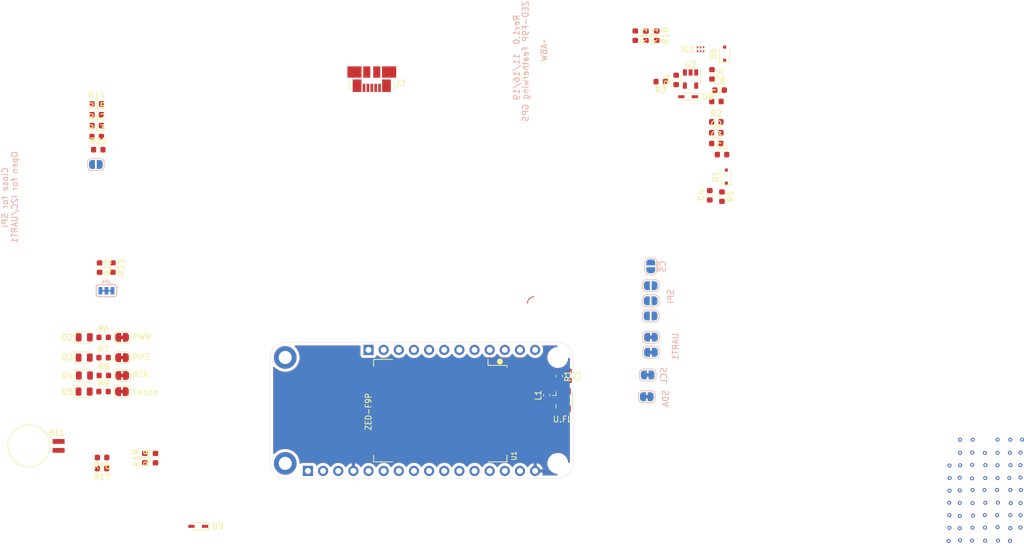
<source format=kicad_pcb>
(kicad_pcb (version 20171130) (host pcbnew "(5.1.4)-1")
  (layers (0 F.Cu signal) (31 B.Cu signal) (34 B.Paste user) (35 F.Paste user) (36 B.SilkS user) (37 F.SilkS user) (38 B.Mask user) (39 F.Mask user) (44 Edge.Cuts user))
  (net 0 "")
  (net 1 "Net-(U1-Pad10)")
  (net 2 "Net-(U1-Pad6)")
  (net 3 "Net-(U1-Pad5)")
  (net 4 "Net-(U1-Pad4)")
  (net 5 GND)
  (net 6 "Net-(U1-Pad46)")
  (net 7 "Net-(AE1-Pad1)")
  (net 8 "Net-(C1-Pad2)")
  (net 9 "Net-(R1-Pad1)")
  (net 10 +3V3)
  (net 11 /D+)
  (net 12 "Net-(R3-Pad1)")
  (net 13 /D-)
  (net 14 "Net-(R4-Pad1)")
  (net 15 "Net-(D1-Pad1)")
  (net 16 /BACKUP)
  (net 17 "Net-(D2-Pad2)")
  (net 18 "Net-(D3-Pad2)")
  (net 19 "Net-(D4-Pad2)")
  (net 20 /RTK_STAT)
  (net 21 "Net-(D5-Pad2)")
  (net 22 /PPS)
  (net 23 "Net-(JP1-Pad2)")
  (net 24 "Net-(JP2-Pad2)")
  (net 25 /FENCE_STAT)
  (net 26 "Net-(JP3-Pad2)")
  (net 27 "Net-(JP5-Pad1)")
  (net 28 "Net-(R10-Pad2)")
  (net 29 /~RESET)
  (net 30 "Net-(R11-Pad2)")
  (net 31 /INT)
  (net 32 "Net-(R12-Pad2)")
  (net 33 /SDA-~CS)
  (net 34 "Net-(R13-Pad2)")
  (net 35 /SCL-SCK)
  (net 36 "Net-(R14-Pad2)")
  (net 37 /TX0-MISO)
  (net 38 "Net-(R15-Pad2)")
  (net 39 /RXI-MOSI)
  (net 40 "Net-(R16-Pad2)")
  (net 41 /TX2)
  (net 42 "Net-(R17-Pad2)")
  (net 43 /RX2)
  (net 44 "Net-(R18-Pad2)")
  (net 45 "Net-(R19-Pad2)")
  (net 46 "Net-(R20-Pad2)")
  (net 47 "Net-(R21-Pad2)")
  (net 48 /~SAFE)
  (net 49 /SDA)
  (net 50 /SCL)
  (net 51 /5`)
  (net 52 /6)
  (net 53 /9`)
  (net 54 /10`)
  (net 55 /11`)
  (net 56 /12)
  (net 57 /13)
  (net 58 /USB)
  (net 59 /En)
  (net 60 /BAT)
  (net 61 /RXI)
  (net 62 /MISO)
  (net 63 /MOSI)
  (net 64 /SCK)
  (net 65 /A5)
  (net 66 /A4)
  (net 67 /A3)
  (net 68 /A2)
  (net 69 /A1)
  (net 70 /A0)
  (net 71 /ARf)
  (net 72 /RST)
  (net 73 /Shield)
  (net 74 "Net-(J3-Pad4)")
  (net 75 "Net-(C6-Pad1)")
  (net 76 +5V)
  (net 77 "Net-(IC1-Pad3)")
  (net 78 "Net-(IC1-Pad1)")
  (net 79 /RX)
  (net 80 "Net-(U2-Pad4)")
  (net 81 "Net-(JP15-Pad2)")
  (net 82 /~CS)
  (net 83 "Net-(C7-Pad1)")
  (net 84 "Net-(D9-Pad2)")
  (net 85 "Net-(JP4-Pad3)")
  (net 86 "Net-(JP4-Pad1)")
  (module Resistor_SMD:R_0603_1608Metric (layer F.Cu) (at 28.7909 61.7474 270)
    (fp_text reference R23 (at 0 -1.43 90) (layer F.SilkS))
    (fp_text value 2.2kΩ)
    (pad 2 smd roundrect (at 0.7875 0 270) (size 0.875 0.95) (layers F.Cu F.Paste F.Mask) (net 86 "Net-(JP4-Pad1)"))
    (pad 1 smd roundrect (at -0.7875 0 270) (size 0.875 0.95) (layers F.Cu F.Paste F.Mask) (net 33 /SDA-~CS))
  )
  (module Resistor_SMD:R_0603_1608Metric (layer F.Cu) (at 26.5557 61.7601 270)
    (fp_text reference R22 (at 0 -1.43 90) (layer F.SilkS))
    (fp_text value 2.2kΩ)
    (pad 2 smd roundrect (at 0.7875 0 270) (size 0.875 0.95) (layers F.Cu F.Paste F.Mask) (net 85 "Net-(JP4-Pad3)"))
    (pad 1 smd roundrect (at -0.7875 0 270) (size 0.875 0.95) (layers F.Cu F.Paste F.Mask) (net 35 /SCL-SCK))
  )
  (module Resistor_SMD:R_0603_1608Metric (layer F.Cu) (at 118.1989 22.86 270)
    (fp_text reference R21 (at 0 -1.43 90) (layer F.SilkS))
    (fp_text value 33Ω)
    (pad 2 smd roundrect (at 0.7875 0 270) (size 0.875 0.95) (layers F.Cu F.Paste F.Mask) (net 47 "Net-(R21-Pad2)"))
    (pad 1 smd roundrect (at -0.7875 0 270) (size 0.875 0.95) (layers F.Cu F.Paste F.Mask) (net 48 /~SAFE))
  )
  (module Resistor_SMD:R_0603_1608Metric (layer F.Cu) (at 26.3398 41.9608)
    (fp_text reference R20 (at 0 -1.43) (layer F.SilkS))
    (fp_text value 33Ω)
    (pad 2 smd roundrect (at 0.7875 0) (size 0.875 0.95) (layers F.Cu F.Paste F.Mask) (net 46 "Net-(R20-Pad2)"))
    (pad 1 smd roundrect (at -0.7875 0) (size 0.875 0.95) (layers F.Cu F.Paste F.Mask) (net 22 /PPS))
  )
  (module Resistor_SMD:R_0603_1608Metric (layer F.Cu) (at 34.1376 93.7387 90)
    (fp_text reference R19 (at 0 -1.43 90) (layer F.SilkS))
    (fp_text value 33Ω)
    (pad 2 smd roundrect (at 0.7875 0 90) (size 0.875 0.95) (layers F.Cu F.Paste F.Mask) (net 45 "Net-(R19-Pad2)"))
    (pad 1 smd roundrect (at -0.7875 0 90) (size 0.875 0.95) (layers F.Cu F.Paste F.Mask) (net 25 /FENCE_STAT))
  )
  (module Resistor_SMD:R_0603_1608Metric (layer F.Cu) (at 35.941 93.7387 90)
    (fp_text reference R18 (at 0 -1.43 90) (layer F.SilkS))
    (fp_text value 33Ω)
    (pad 2 smd roundrect (at 0.7875 0 90) (size 0.875 0.95) (layers F.Cu F.Paste F.Mask) (net 44 "Net-(R18-Pad2)"))
    (pad 1 smd roundrect (at -0.7875 0 90) (size 0.875 0.95) (layers F.Cu F.Paste F.Mask) (net 20 /RTK_STAT))
  )
  (module Resistor_SMD:R_0603_1608Metric (layer F.Cu) (at 26.9621 95.4913 180)
    (fp_text reference R17 (at 0 -1.43) (layer F.SilkS))
    (fp_text value 33Ω)
    (pad 2 smd roundrect (at 0.7875 0 180) (size 0.875 0.95) (layers F.Cu F.Paste F.Mask) (net 42 "Net-(R17-Pad2)"))
    (pad 1 smd roundrect (at -0.7875 0 180) (size 0.875 0.95) (layers F.Cu F.Paste F.Mask) (net 43 /RX2))
  )
  (module Resistor_SMD:R_0603_1608Metric (layer F.Cu) (at 26.9748 93.6498 180)
    (fp_text reference R16 (at 0 -1.43) (layer F.SilkS))
    (fp_text value 33Ω)
    (pad 2 smd roundrect (at 0.7875 0 180) (size 0.875 0.95) (layers F.Cu F.Paste F.Mask) (net 40 "Net-(R16-Pad2)"))
    (pad 1 smd roundrect (at -0.7875 0 180) (size 0.875 0.95) (layers F.Cu F.Paste F.Mask) (net 41 /TX2))
  )
  (module Resistor_SMD:R_0603_1608Metric (layer F.Cu) (at 26.0731 36.0934)
    (fp_text reference R15 (at 0 -1.43) (layer F.SilkS))
    (fp_text value 33Ω)
    (pad 2 smd roundrect (at 0.7875 0) (size 0.875 0.95) (layers F.Cu F.Paste F.Mask) (net 38 "Net-(R15-Pad2)"))
    (pad 1 smd roundrect (at -0.7875 0) (size 0.875 0.95) (layers F.Cu F.Paste F.Mask) (net 39 /RXI-MOSI))
  )
  (module Resistor_SMD:R_0603_1608Metric (layer F.Cu) (at 26.0731 34.29)
    (fp_text reference R14 (at 0 -1.43) (layer F.SilkS))
    (fp_text value 33Ω)
    (pad 2 smd roundrect (at 0.7875 0) (size 0.875 0.95) (layers F.Cu F.Paste F.Mask) (net 36 "Net-(R14-Pad2)"))
    (pad 1 smd roundrect (at -0.7875 0) (size 0.875 0.95) (layers F.Cu F.Paste F.Mask) (net 37 /TX0-MISO))
  )
  (module Resistor_SMD:R_0603_1608Metric (layer F.Cu) (at 26.0731 39.7637)
    (fp_text reference R13 (at 0 -1.43) (layer F.SilkS))
    (fp_text value 33Ω)
    (pad 2 smd roundrect (at 0.7875 0) (size 0.875 0.95) (layers F.Cu F.Paste F.Mask) (net 34 "Net-(R13-Pad2)"))
    (pad 1 smd roundrect (at -0.7875 0) (size 0.875 0.95) (layers F.Cu F.Paste F.Mask) (net 35 /SCL-SCK))
  )
  (module Resistor_SMD:R_0603_1608Metric (layer F.Cu) (at 26.0731 37.9222)
    (fp_text reference R12 (at 0 -1.43) (layer F.SilkS))
    (fp_text value 33Ω)
    (pad 2 smd roundrect (at 0.7875 0) (size 0.875 0.95) (layers F.Cu F.Paste F.Mask) (net 32 "Net-(R12-Pad2)"))
    (pad 1 smd roundrect (at -0.7875 0) (size 0.875 0.95) (layers F.Cu F.Paste F.Mask) (net 33 /SDA-~CS))
  )
  (module Resistor_SMD:R_0603_1608Metric (layer F.Cu) (at 116.4082 22.8219 270)
    (fp_text reference R11 (at 0 -1.43 90) (layer F.SilkS))
    (fp_text value 33Ω)
    (pad 2 smd roundrect (at 0.7875 0 270) (size 0.875 0.95) (layers F.Cu F.Paste F.Mask) (net 30 "Net-(R11-Pad2)"))
    (pad 1 smd roundrect (at -0.7875 0 270) (size 0.875 0.95) (layers F.Cu F.Paste F.Mask) (net 31 /INT))
  )
  (module Resistor_SMD:R_0603_1608Metric (layer F.Cu) (at 120.0023 22.8346 270)
    (fp_text reference R10 (at 0 -1.43 90) (layer F.SilkS))
    (fp_text value 33Ω)
    (pad 2 smd roundrect (at 0.7875 0 270) (size 0.875 0.95) (layers F.Cu F.Paste F.Mask) (net 28 "Net-(R10-Pad2)"))
    (pad 1 smd roundrect (at -0.7875 0 270) (size 0.875 0.95) (layers F.Cu F.Paste F.Mask) (net 29 /~RESET))
  )
  (module Resistor_SMD:R_0603_1608Metric (layer F.Cu) (at 27.2161 82.5754)
    (fp_text reference R9 (at 0 -1.43) (layer F.SilkS))
    (fp_text value 1kΩ)
    (pad 2 smd roundrect (at 0.7875 0) (size 0.875 0.95) (layers F.Cu F.Paste F.Mask) (net 26 "Net-(JP3-Pad2)"))
    (pad 1 smd roundrect (at -0.7875 0) (size 0.875 0.95) (layers F.Cu F.Paste F.Mask) (net 21 "Net-(D5-Pad2)"))
  )
  (module Resistor_SMD:R_0603_1608Metric (layer F.Cu) (at 27.2669 79.8703)
    (fp_text reference R8 (at 0 -1.43) (layer F.SilkS))
    (fp_text value 1kΩ)
    (pad 2 smd roundrect (at 0.7875 0) (size 0.875 0.95) (layers F.Cu F.Paste F.Mask) (net 24 "Net-(JP2-Pad2)"))
    (pad 1 smd roundrect (at -0.7875 0) (size 0.875 0.95) (layers F.Cu F.Paste F.Mask) (net 19 "Net-(D4-Pad2)"))
  )
  (module Resistor_SMD:R_0603_1608Metric (layer F.Cu) (at 27.2288 76.8731)
    (fp_text reference R7 (at 0 -1.43) (layer F.SilkS))
    (fp_text value 1kΩ)
    (pad 2 smd roundrect (at 0.7875 0) (size 0.875 0.95) (layers F.Cu F.Paste F.Mask) (net 23 "Net-(JP1-Pad2)"))
    (pad 1 smd roundrect (at -0.7875 0) (size 0.875 0.95) (layers F.Cu F.Paste F.Mask) (net 18 "Net-(D3-Pad2)"))
  )
  (module Resistor_SMD:R_0603_1608Metric (layer F.Cu) (at 27.2415 73.4695)
    (fp_text reference R6 (at 0 -1.43) (layer F.SilkS))
    (fp_text value 1kΩ)
    (pad 2 smd roundrect (at 0.7875 0) (size 0.875 0.95) (layers F.Cu F.Paste F.Mask) (net 81 "Net-(JP15-Pad2)"))
    (pad 1 smd roundrect (at -0.7875 0) (size 0.875 0.95) (layers F.Cu F.Paste F.Mask) (net 17 "Net-(D2-Pad2)"))
  )
  (module Resistor_SMD:R_0603_1608Metric (layer F.Cu) (at 130.9497 49.8475 270)
    (fp_text reference R5 (at 0 -1.43 90) (layer F.SilkS))
    (fp_text value 1kΩ)
    (pad 2 smd roundrect (at 0.7875 0 270) (size 0.875 0.95) (layers F.Cu F.Paste F.Mask) (net 16 /BACKUP))
    (pad 1 smd roundrect (at -0.7875 0 270) (size 0.875 0.95) (layers F.Cu F.Paste F.Mask) (net 15 "Net-(D1-Pad1)"))
  )
  (module Resistor_SMD:R_0603_1608Metric (layer F.Cu) (at 123.2662 30.2514 90)
    (fp_text reference R4 (at 0 -1.43 90) (layer F.SilkS))
    (fp_text value 27Ω)
    (pad 2 smd roundrect (at 0.7875 0 90) (size 0.875 0.95) (layers F.Cu F.Paste F.Mask) (net 13 /D-))
    (pad 1 smd roundrect (at -0.7875 0 90) (size 0.875 0.95) (layers F.Cu F.Paste F.Mask) (net 14 "Net-(R4-Pad1)"))
  )
  (module Resistor_SMD:R_0603_1608Metric (layer F.Cu) (at 120.6754 30.5435 180)
    (fp_text reference R3 (at 0 -1.43) (layer F.SilkS))
    (fp_text value 27Ω)
    (pad 2 smd roundrect (at 0.7875 0 180) (size 0.875 0.95) (layers F.Cu F.Paste F.Mask) (net 11 /D+))
    (pad 1 smd roundrect (at -0.7875 0 180) (size 0.875 0.95) (layers F.Cu F.Paste F.Mask) (net 12 "Net-(R3-Pad1)"))
  )
  (module Resistor_SMD:R_0603_1608Metric (layer F.Cu) (at 129.9972 37.2872)
    (fp_text reference R2 (at 0 -1.43) (layer F.SilkS))
    (fp_text value 100kΩ)
    (pad 2 smd roundrect (at 0.7875 0) (size 0.875 0.95) (layers F.Cu F.Paste F.Mask) (net 5 GND))
    (pad 1 smd roundrect (at -0.7875 0) (size 0.875 0.95) (layers F.Cu F.Paste F.Mask) (net 10 +3V3))
  )
  (module Resistor_SMD:R_0603_1608Metric (layer F.Cu) (at 103.6701 79.9719 270)
    (fp_text reference R1 (at 0 -1.43 90) (layer F.SilkS))
    (fp_text value 10Ω)
    (pad 2 smd roundrect (at 0.7875 0 270) (size 0.875 0.95) (layers F.Cu F.Paste F.Mask) (net 8 "Net-(C1-Pad2)"))
    (pad 1 smd roundrect (at -0.7875 0 270) (size 0.875 0.95) (layers F.Cu F.Paste F.Mask) (net 9 "Net-(R1-Pad1)"))
  )
  (module SamacSys_Parts:SOD2513X110N (layer F.Cu) (at 43.1038 105.1941)
    (fp_text reference D9 (at 3.302 0) (layer F.SilkS))
    (fp_text value BAT60AE6327HTSA1)
    (pad 2 smd rect (at 1.138 0 90) (size 0.5 1.05) (layers F.Cu F.Paste F.Mask) (net 84 "Net-(D9-Pad2)"))
    (pad 1 smd rect (at -1.138 0 90) (size 0.5 1.05) (layers F.Cu F.Paste F.Mask) (net 10 +3V3))
  )
  (module SamacSys_Parts:SOD2513X110N (layer F.Cu) (at 125.2601 33.0708)
    (fp_text reference D8 (at 3.302 0) (layer F.SilkS))
    (fp_text value BAT60AE6327HTSA1)
    (pad 2 smd rect (at 1.138 0 90) (size 0.5 1.05) (layers F.Cu F.Paste F.Mask) (net 83 "Net-(C7-Pad1)"))
    (pad 1 smd rect (at -1.138 0 90) (size 0.5 1.05) (layers F.Cu F.Paste F.Mask) (net 10 +3V3))
  )
  (module Capacitor_SMD:C_0603_1608Metric (layer F.Cu) (at 130.556 31.9659)
    (fp_text reference C8 (at 0 -1.43) (layer F.SilkS))
    (fp_text value 0.1uF)
    (pad 2 smd roundrect (at 0.7875 0) (size 0.875 0.95) (layers F.Cu F.Paste F.Mask) (net 5 GND))
    (pad 1 smd roundrect (at -0.7875 0) (size 0.875 0.95) (layers F.Cu F.Paste F.Mask) (net 83 "Net-(C7-Pad1)"))
  )
  (module Capacitor_SMD:C_0603_1608Metric (layer F.Cu) (at 130.0226 33.8709)
    (fp_text reference C7 (at 0 -1.43) (layer F.SilkS))
    (fp_text value 1uF)
    (pad 2 smd roundrect (at 0.7875 0) (size 0.875 0.95) (layers F.Cu F.Paste F.Mask) (net 5 GND))
    (pad 1 smd roundrect (at -0.7875 0) (size 0.875 0.95) (layers F.Cu F.Paste F.Mask) (net 83 "Net-(C7-Pad1)"))
  )
  (module Capacitor_SMD:C_0603_1608Metric (layer F.Cu) (at 129.2733 29.3116 270)
    (fp_text reference C6 (at 0 -1.43 90) (layer F.SilkS))
    (fp_text value 1uF)
    (pad 2 smd roundrect (at 0.7875 0 270) (size 0.875 0.95) (layers F.Cu F.Paste F.Mask) (net 5 GND))
    (pad 1 smd roundrect (at -0.7875 0 270) (size 0.875 0.95) (layers F.Cu F.Paste F.Mask) (net 75 "Net-(C6-Pad1)"))
  )
  (module Capacitor_SMD:C_0603_1608Metric (layer F.Cu) (at 130.9624 42.7863)
    (fp_text reference C5 (at 0 -1.43) (layer F.SilkS))
    (fp_text value 1uF)
    (pad 2 smd roundrect (at 0.7875 0) (size 0.875 0.95) (layers F.Cu F.Paste F.Mask) (net 5 GND))
    (pad 1 smd roundrect (at -0.7875 0) (size 0.875 0.95) (layers F.Cu F.Paste F.Mask) (net 10 +3V3))
  )
  (module Capacitor_SMD:C_0603_1608Metric (layer F.Cu) (at 128.905 49.6189 90)
    (fp_text reference C4 (at 0 -1.43 90) (layer F.SilkS))
    (fp_text value 1uF)
    (pad 2 smd roundrect (at 0.7875 0 90) (size 0.875 0.95) (layers F.Cu F.Paste F.Mask) (net 5 GND))
    (pad 1 smd roundrect (at -0.7875 0 90) (size 0.875 0.95) (layers F.Cu F.Paste F.Mask) (net 16 /BACKUP))
  )
  (module Capacitor_SMD:C_0603_1608Metric (layer F.Cu) (at 130.0099 40.9321)
    (fp_text reference C3 (at 0 -1.43) (layer F.SilkS))
    (fp_text value 0.1uF)
    (pad 2 smd roundrect (at 0.7875 0) (size 0.875 0.95) (layers F.Cu F.Paste F.Mask) (net 5 GND))
    (pad 1 smd roundrect (at -0.7875 0) (size 0.875 0.95) (layers F.Cu F.Paste F.Mask) (net 10 +3V3))
  )
  (module Capacitor_SMD:C_0603_1608Metric (layer F.Cu) (at 129.9972 39.116)
    (fp_text reference C2 (at 0 -1.43) (layer F.SilkS))
    (fp_text value 1uF)
    (pad 2 smd roundrect (at 0.7875 0) (size 0.875 0.95) (layers F.Cu F.Paste F.Mask) (net 5 GND))
    (pad 1 smd roundrect (at -0.7875 0) (size 0.875 0.95) (layers F.Cu F.Paste F.Mask) (net 10 +3V3))
  )
  (module Capacitor_SMD:C_0603_1608Metric (layer F.Cu) (at 105.283 79.9211 270)
    (fp_text reference C1 (at 0 -1.43 90) (layer F.SilkS))
    (fp_text value 47pF)
    (pad 2 smd roundrect (at 0.7875 0 270) (size 0.875 0.95) (layers F.Cu F.Paste F.Mask) (net 8 "Net-(C1-Pad2)"))
    (pad 1 smd roundrect (at -0.7875 0 270) (size 0.875 0.95) (layers F.Cu F.Paste F.Mask) (net 5 GND))
  )
  (module Inductor_SMD:L_0603_1608Metric (layer F.Cu) (at 101.5492 83.1977 90)
    (fp_text reference L1 (at 0 -1.43 90) (layer F.SilkS))
    (fp_text value 27nH)
    (pad 2 smd roundrect (at 0.7875 0 90) (size 0.875 0.95) (layers F.Cu F.Paste F.Mask) (net 8 "Net-(C1-Pad2)"))
    (pad 1 smd roundrect (at -0.7875 0 90) (size 0.875 0.95) (layers F.Cu F.Paste F.Mask) (net 7 "Net-(AE1-Pad1)"))
  )
  (module SamacSys_Parts:SMT-JUMPER_3_2-NC_TRACE_SILK (layer B.Cu) (at 27.7114 65.6463 180)
    (fp_text reference JP4 (at 0 1.143) (layer B.SilkS) (effects (font (size 0.57912 0.57912) (thickness 0.115824)) (justify bottom mirror)))
    (fp_text value SolderJumper_3_Bridged123)
    (fp_poly (pts (xy -0.7112 -0.127) (xy -0.3048 -0.127) (xy -0.3048 0.127) (xy -0.7112 0.127)) (layer B.Cu) (width 0))
    (fp_poly (pts (xy 0.3048 -0.127) (xy 0.7112 -0.127) (xy 0.7112 0.127) (xy 0.3048 0.127)) (layer B.Cu) (width 0))
    (pad 3 smd rect (at 1.016 0 180) (size 0.635 1.27) (layers B.Cu B.Mask) (net 85 "Net-(JP4-Pad3)"))
    (pad 2 smd rect (at 0 0 180) (size 0.635 1.27) (layers B.Cu B.Mask) (net 10 +3V3))
    (pad 1 smd rect (at -1.016 0 180) (size 0.635 1.27) (layers B.Cu B.Mask) (net 86 "Net-(JP4-Pad1)"))
  )
  (module Connector_PinHeader_2.54mm:PinHeader_1x12_P2.54mm_Vertical (layer F.Cu) (at 71.6661 75.5777 90)
    (fp_text reference J1)
    (fp_text value Conn_01x12)
    (pad 12 thru_hole oval (at 0 27.94 90) (size 1.7 1.7) (drill 1) (layers *.Cu *.Mask) (net 49 /SDA))
    (pad 11 thru_hole oval (at 0 25.4 90) (size 1.7 1.7) (drill 1) (layers *.Cu *.Mask) (net 50 /SCL))
    (pad 10 thru_hole oval (at 0 22.86 90) (size 1.7 1.7) (drill 1) (layers *.Cu *.Mask) (net 51 /5`))
    (pad 9 thru_hole oval (at 0 20.32 90) (size 1.7 1.7) (drill 1) (layers *.Cu *.Mask) (net 52 /6))
    (pad 8 thru_hole oval (at 0 17.78 90) (size 1.7 1.7) (drill 1) (layers *.Cu *.Mask) (net 53 /9`))
    (pad 7 thru_hole oval (at 0 15.24 90) (size 1.7 1.7) (drill 1) (layers *.Cu *.Mask) (net 54 /10`))
    (pad 6 thru_hole oval (at 0 12.7 90) (size 1.7 1.7) (drill 1) (layers *.Cu *.Mask) (net 55 /11`))
    (pad 5 thru_hole oval (at 0 10.16 90) (size 1.7 1.7) (drill 1) (layers *.Cu *.Mask) (net 56 /12))
    (pad 4 thru_hole oval (at 0 7.62 90) (size 1.7 1.7) (drill 1) (layers *.Cu *.Mask) (net 57 /13))
    (pad 3 thru_hole oval (at 0 5.08 90) (size 1.7 1.7) (drill 1) (layers *.Cu *.Mask) (net 58 /USB))
    (pad 2 thru_hole oval (at 0 2.54 90) (size 1.7 1.7) (drill 1) (layers *.Cu *.Mask) (net 59 /En))
    (pad 1 thru_hole rect (at 0 0 90) (size 1.7 1.7) (drill 1) (layers *.Cu *.Mask) (net 60 /BAT))
  )
  (module Connector_PinHeader_2.54mm:PinHeader_1x16_P2.54mm_Vertical (layer F.Cu) (at 61.5061 95.8977 90)
    (fp_text reference J2)
    (fp_text value Conn_01x16)
    (pad 16 thru_hole oval (at 0 38.1 90) (size 1.7 1.7) (drill 1) (layers *.Cu *.Mask) (net 5 GND))
    (pad 15 thru_hole oval (at 0 35.56 90) (size 1.7 1.7) (drill 1) (layers *.Cu *.Mask) (net 61 /RXI))
    (pad 14 thru_hole oval (at 0 33.02 90) (size 1.7 1.7) (drill 1) (layers *.Cu *.Mask) (net 79 /RX))
    (pad 13 thru_hole oval (at 0 30.48 90) (size 1.7 1.7) (drill 1) (layers *.Cu *.Mask) (net 62 /MISO))
    (pad 12 thru_hole oval (at 0 27.94 90) (size 1.7 1.7) (drill 1) (layers *.Cu *.Mask) (net 63 /MOSI))
    (pad 11 thru_hole oval (at 0 25.4 90) (size 1.7 1.7) (drill 1) (layers *.Cu *.Mask) (net 64 /SCK))
    (pad 10 thru_hole oval (at 0 22.86 90) (size 1.7 1.7) (drill 1) (layers *.Cu *.Mask) (net 65 /A5))
    (pad 9 thru_hole oval (at 0 20.32 90) (size 1.7 1.7) (drill 1) (layers *.Cu *.Mask) (net 66 /A4))
    (pad 8 thru_hole oval (at 0 17.78 90) (size 1.7 1.7) (drill 1) (layers *.Cu *.Mask) (net 67 /A3))
    (pad 7 thru_hole oval (at 0 15.24 90) (size 1.7 1.7) (drill 1) (layers *.Cu *.Mask) (net 68 /A2))
    (pad 6 thru_hole oval (at 0 12.7 90) (size 1.7 1.7) (drill 1) (layers *.Cu *.Mask) (net 69 /A1))
    (pad 5 thru_hole oval (at 0 10.16 90) (size 1.7 1.7) (drill 1) (layers *.Cu *.Mask) (net 70 /A0))
    (pad 4 thru_hole oval (at 0 7.62 90) (size 1.7 1.7) (drill 1) (layers *.Cu *.Mask) (net 5 GND))
    (pad 3 thru_hole oval (at 0 5.08 90) (size 1.7 1.7) (drill 1) (layers *.Cu *.Mask) (net 71 /ARf))
    (pad 2 thru_hole oval (at 0 2.54 90) (size 1.7 1.7) (drill 1) (layers *.Cu *.Mask) (net 84 "Net-(D9-Pad2)"))
    (pad 1 thru_hole rect (at 0 0 90) (size 1.7 1.7) (drill 1) (layers *.Cu *.Mask) (net 72 /RST))
  )
  (module Diode_SMD:D_SOD-323F (layer F.Cu) (at 131.6863 46.482 90)
    (fp_text reference D1 (at 0 -1.85 90) (layer F.SilkS))
    (fp_text value D_Schottky)
    (pad 2 smd rect (at 1.1 0 90) (size 0.5 0.5) (layers F.Cu F.Paste F.Mask) (net 10 +3V3))
    (pad 1 smd rect (at -1.1 0 90) (size 0.5 0.5) (layers F.Cu F.Paste F.Mask) (net 15 "Net-(D1-Pad1)"))
  )
  (module Diode_SMD:D_SOD-323F (layer F.Cu) (at 131.3942 25.8445 90)
    (fp_text reference D6 (at 0 -1.85 90) (layer F.SilkS))
    (fp_text value D_Schottky)
    (pad 2 smd rect (at 1.1 0 90) (size 0.5 0.5) (layers F.Cu F.Paste F.Mask) (net 76 +5V))
    (pad 1 smd rect (at -1.1 0 90) (size 0.5 0.5) (layers F.Cu F.Paste F.Mask) (net 75 "Net-(C6-Pad1)"))
  )
  (module Jumper:SolderJumper-2_P1.3mm_Bridged_RoundedPad1.0x1.5mm (layer F.Cu) (at 30.3276 73.4695 180)
    (fp_text reference JP15)
    (fp_text value ~)
    (fp_poly (pts (xy 0.25 -0.3) (xy -0.25 -0.3) (xy -0.25 0.3) (xy 0.25 0.3)) (layer F.Cu) (width 0))
    (pad 1 smd custom (at -0.65 0 180) (size 1 0.5) (layers F.Cu F.Mask) (net 10 +3V3) (options (clearance outline) (anchor rect)) (primitives (gr_circle (center 0 0.25) (end 0.5 0.25) (width 0)) (gr_circle (center 0 -0.25) (end 0.5 -0.25) (width 0)) (gr_poly (pts (xy 0 -0.75) (xy 0.5 -0.75) (xy 0.5 0.75) (xy 0 0.75)) (width 0))))
    (pad 2 smd custom (at 0.65 0 180) (size 1 0.5) (layers F.Cu F.Mask) (net 81 "Net-(JP15-Pad2)") (options (clearance outline) (anchor rect)) (primitives (gr_circle (center 0 0.25) (end 0.5 0.25) (width 0)) (gr_circle (center 0 -0.25) (end 0.5 -0.25) (width 0)) (gr_poly (pts (xy 0 -0.75) (xy -0.5 -0.75) (xy -0.5 0.75) (xy 0 0.75)) (width 0))))
  )
  (module Jumper:SolderJumper-2_P1.3mm_Open_RoundedPad1.0x1.5mm (layer B.Cu) (at 118.999 64.7954 180)
    (fp_text reference JP14)
    (fp_text value ~)
    (pad 2 smd custom (at 0.65 0 180) (size 1 0.5) (layers B.Cu B.Mask) (net 64 /SCK) (options (clearance outline) (anchor rect)) (primitives (gr_circle (center 0 -0.25) (end 0.5 -0.25) (width 0)) (gr_circle (center 0 0.25) (end 0.5 0.25) (width 0)) (gr_poly (pts (xy 0 0.75) (xy -0.5 0.75) (xy -0.5 -0.75) (xy 0 -0.75)) (width 0))))
    (pad 1 smd custom (at -0.65 0 180) (size 1 0.5) (layers B.Cu B.Mask) (net 35 /SCL-SCK) (options (clearance outline) (anchor rect)) (primitives (gr_circle (center 0 -0.25) (end 0.5 -0.25) (width 0)) (gr_circle (center 0 0.25) (end 0.5 0.25) (width 0)) (gr_poly (pts (xy 0 0.75) (xy 0.5 0.75) (xy 0.5 -0.75) (xy 0 -0.75)) (width 0))))
  )
  (module Jumper:SolderJumper-2_P1.3mm_Open_RoundedPad1.0x1.5mm (layer B.Cu) (at 118.999 61.5442 270)
    (fp_text reference JP12)
    (fp_text value ~)
    (pad 2 smd custom (at 0.65 0 270) (size 1 0.5) (layers B.Cu B.Mask) (net 82 /~CS) (options (clearance outline) (anchor rect)) (primitives (gr_circle (center 0 -0.25) (end 0.5 -0.25) (width 0)) (gr_circle (center 0 0.25) (end 0.5 0.25) (width 0)) (gr_poly (pts (xy 0 0.75) (xy -0.5 0.75) (xy -0.5 -0.75) (xy 0 -0.75)) (width 0))))
    (pad 1 smd custom (at -0.65 0 270) (size 1 0.5) (layers B.Cu B.Mask) (net 33 /SDA-~CS) (options (clearance outline) (anchor rect)) (primitives (gr_circle (center 0 -0.25) (end 0.5 -0.25) (width 0)) (gr_circle (center 0 0.25) (end 0.5 0.25) (width 0)) (gr_poly (pts (xy 0 0.75) (xy 0.5 0.75) (xy 0.5 -0.75) (xy 0 -0.75)) (width 0))))
  )
  (module Jumper:SolderJumper-2_P1.3mm_Open_RoundedPad1.0x1.5mm (layer B.Cu) (at 118.9863 69.8754 180)
    (fp_text reference JP9)
    (fp_text value ~)
    (pad 2 smd custom (at 0.65 0 180) (size 1 0.5) (layers B.Cu B.Mask) (net 62 /MISO) (options (clearance outline) (anchor rect)) (primitives (gr_circle (center 0 -0.25) (end 0.5 -0.25) (width 0)) (gr_circle (center 0 0.25) (end 0.5 0.25) (width 0)) (gr_poly (pts (xy 0 0.75) (xy -0.5 0.75) (xy -0.5 -0.75) (xy 0 -0.75)) (width 0))))
    (pad 1 smd custom (at -0.65 0 180) (size 1 0.5) (layers B.Cu B.Mask) (net 37 /TX0-MISO) (options (clearance outline) (anchor rect)) (primitives (gr_circle (center 0 -0.25) (end 0.5 -0.25) (width 0)) (gr_circle (center 0 0.25) (end 0.5 0.25) (width 0)) (gr_poly (pts (xy 0 0.75) (xy 0.5 0.75) (xy 0.5 -0.75) (xy 0 -0.75)) (width 0))))
  )
  (module Jumper:SolderJumper-2_P1.3mm_Open_RoundedPad1.0x1.5mm (layer B.Cu) (at 118.9863 67.3354 180)
    (fp_text reference JP7)
    (fp_text value ~)
    (pad 2 smd custom (at 0.65 0 180) (size 1 0.5) (layers B.Cu B.Mask) (net 63 /MOSI) (options (clearance outline) (anchor rect)) (primitives (gr_circle (center 0 -0.25) (end 0.5 -0.25) (width 0)) (gr_circle (center 0 0.25) (end 0.5 0.25) (width 0)) (gr_poly (pts (xy 0 0.75) (xy -0.5 0.75) (xy -0.5 -0.75) (xy 0 -0.75)) (width 0))))
    (pad 1 smd custom (at -0.65 0 180) (size 1 0.5) (layers B.Cu B.Mask) (net 39 /RXI-MOSI) (options (clearance outline) (anchor rect)) (primitives (gr_circle (center 0 -0.25) (end 0.5 -0.25) (width 0)) (gr_circle (center 0 0.25) (end 0.5 0.25) (width 0)) (gr_poly (pts (xy 0 0.75) (xy 0.5 0.75) (xy 0.5 -0.75) (xy 0 -0.75)) (width 0))))
  )
  (module Package_TO_SOT_SMD:SOT-23-5 (layer F.Cu) (at 125.6792 30.099 270)
    (fp_text reference U2 (at -2.4003 -0.0381 180) (layer F.SilkS))
    (fp_text value AP2112K-3.3)
    (pad 5 smd rect (at 1.1 -0.95 270) (size 1.06 0.65) (layers F.Cu F.Paste F.Mask) (net 83 "Net-(C7-Pad1)"))
    (pad 4 smd rect (at 1.1 0.95 270) (size 1.06 0.65) (layers F.Cu F.Paste F.Mask) (net 80 "Net-(U2-Pad4)"))
    (pad 3 smd rect (at -1.1 0.95 270) (size 1.06 0.65) (layers F.Cu F.Paste F.Mask) (net 75 "Net-(C6-Pad1)"))
    (pad 2 smd rect (at -1.1 0 270) (size 1.06 0.65) (layers F.Cu F.Paste F.Mask) (net 5 GND))
    (pad 1 smd rect (at -1.1 -0.95 270) (size 1.06 0.65) (layers F.Cu F.Paste F.Mask) (net 75 "Net-(C6-Pad1)"))
  )
  (module Jumper:SolderJumper-2_P1.3mm_Bridged_RoundedPad1.0x1.5mm (layer B.Cu) (at 118.491 79.7814)
    (fp_text reference JP13)
    (fp_text value ~)
    (fp_poly (pts (xy 0.25 0.3) (xy -0.25 0.3) (xy -0.25 -0.3) (xy 0.25 -0.3)) (layer B.Cu) (width 0))
    (pad 1 smd custom (at -0.65 0) (size 1 0.5) (layers B.Cu B.Mask) (net 35 /SCL-SCK) (options (clearance outline) (anchor rect)) (primitives (gr_circle (center 0 -0.25) (end 0.5 -0.25) (width 0)) (gr_circle (center 0 0.25) (end 0.5 0.25) (width 0)) (gr_poly (pts (xy 0 0.75) (xy 0.5 0.75) (xy 0.5 -0.75) (xy 0 -0.75)) (width 0))))
    (pad 2 smd custom (at 0.65 0) (size 1 0.5) (layers B.Cu B.Mask) (net 50 /SCL) (options (clearance outline) (anchor rect)) (primitives (gr_circle (center 0 -0.25) (end 0.5 -0.25) (width 0)) (gr_circle (center 0 0.25) (end 0.5 0.25) (width 0)) (gr_poly (pts (xy 0 0.75) (xy -0.5 0.75) (xy -0.5 -0.75) (xy 0 -0.75)) (width 0))))
  )
  (module Jumper:SolderJumper-2_P1.3mm_Bridged_RoundedPad1.0x1.5mm (layer B.Cu) (at 119.0371 73.4441 180)
    (fp_text reference JP11)
    (fp_text value ~)
    (fp_poly (pts (xy 0.25 0.3) (xy -0.25 0.3) (xy -0.25 -0.3) (xy 0.25 -0.3)) (layer B.Cu) (width 0))
    (pad 1 smd custom (at -0.65 0 180) (size 1 0.5) (layers B.Cu B.Mask) (net 37 /TX0-MISO) (options (clearance outline) (anchor rect)) (primitives (gr_circle (center 0 -0.25) (end 0.5 -0.25) (width 0)) (gr_circle (center 0 0.25) (end 0.5 0.25) (width 0)) (gr_poly (pts (xy 0 0.75) (xy 0.5 0.75) (xy 0.5 -0.75) (xy 0 -0.75)) (width 0))))
    (pad 2 smd custom (at 0.65 0 180) (size 1 0.5) (layers B.Cu B.Mask) (net 79 /RX) (options (clearance outline) (anchor rect)) (primitives (gr_circle (center 0 -0.25) (end 0.5 -0.25) (width 0)) (gr_circle (center 0 0.25) (end 0.5 0.25) (width 0)) (gr_poly (pts (xy 0 0.75) (xy -0.5 0.75) (xy -0.5 -0.75) (xy 0 -0.75)) (width 0))))
  )
  (module Jumper:SolderJumper-2_P1.3mm_Bridged_RoundedPad1.0x1.5mm (layer B.Cu) (at 118.3386 83.439)
    (fp_text reference JP10)
    (fp_text value ~)
    (fp_poly (pts (xy 0.25 0.3) (xy -0.25 0.3) (xy -0.25 -0.3) (xy 0.25 -0.3)) (layer B.Cu) (width 0))
    (pad 1 smd custom (at -0.65 0) (size 1 0.5) (layers B.Cu B.Mask) (net 33 /SDA-~CS) (options (clearance outline) (anchor rect)) (primitives (gr_circle (center 0 -0.25) (end 0.5 -0.25) (width 0)) (gr_circle (center 0 0.25) (end 0.5 0.25) (width 0)) (gr_poly (pts (xy 0 0.75) (xy 0.5 0.75) (xy 0.5 -0.75) (xy 0 -0.75)) (width 0))))
    (pad 2 smd custom (at 0.65 0) (size 1 0.5) (layers B.Cu B.Mask) (net 49 /SDA) (options (clearance outline) (anchor rect)) (primitives (gr_circle (center 0 -0.25) (end 0.5 -0.25) (width 0)) (gr_circle (center 0 0.25) (end 0.5 0.25) (width 0)) (gr_poly (pts (xy 0 0.75) (xy -0.5 0.75) (xy -0.5 -0.75) (xy 0 -0.75)) (width 0))))
  )
  (module Jumper:SolderJumper-2_P1.3mm_Bridged_RoundedPad1.0x1.5mm (layer B.Cu) (at 119.0371 75.9841 180)
    (fp_text reference JP8)
    (fp_text value ~)
    (fp_poly (pts (xy 0.25 0.3) (xy -0.25 0.3) (xy -0.25 -0.3) (xy 0.25 -0.3)) (layer B.Cu) (width 0))
    (pad 1 smd custom (at -0.65 0 180) (size 1 0.5) (layers B.Cu B.Mask) (net 39 /RXI-MOSI) (options (clearance outline) (anchor rect)) (primitives (gr_circle (center 0 -0.25) (end 0.5 -0.25) (width 0)) (gr_circle (center 0 0.25) (end 0.5 0.25) (width 0)) (gr_poly (pts (xy 0 0.75) (xy 0.5 0.75) (xy 0.5 -0.75) (xy 0 -0.75)) (width 0))))
    (pad 2 smd custom (at 0.65 0 180) (size 1 0.5) (layers B.Cu B.Mask) (net 61 /RXI) (options (clearance outline) (anchor rect)) (primitives (gr_circle (center 0 -0.25) (end 0.5 -0.25) (width 0)) (gr_circle (center 0 0.25) (end 0.5 0.25) (width 0)) (gr_poly (pts (xy 0 0.75) (xy -0.5 0.75) (xy -0.5 -0.75) (xy 0 -0.75)) (width 0))))
  )
  (module Connector_USB:USB_Micro-B_Molex_47346-0001 (layer F.Cu) (at 72.2122 30.1244 180)
    (fp_text reference J3 (at -4.826 -0.7112 180) (layer F.SilkS))
    (fp_text value USB_B_Micro)
    (pad 6 smd rect (at 0.84 1.2 180) (size 1.175 1.9) (layers F.Cu F.Paste F.Mask) (net 73 /Shield))
    (pad 6 smd rect (at -0.84 1.2 180) (size 1.175 1.9) (layers F.Cu F.Paste F.Mask) (net 73 /Shield))
    (pad 6 smd rect (at 2.91 1.2 180) (size 2.375 1.9) (layers F.Cu F.Paste F.Mask) (net 73 /Shield))
    (pad 6 smd rect (at -2.91 1.2 180) (size 2.375 1.9) (layers F.Cu F.Paste F.Mask) (net 73 /Shield))
    (pad 6 smd rect (at 2.4625 -1.1 180) (size 1.475 2.1) (layers F.Cu F.Paste F.Mask) (net 73 /Shield))
    (pad 6 smd rect (at -2.4625 -1.1 180) (size 1.475 2.1) (layers F.Cu F.Paste F.Mask) (net 73 /Shield))
    (pad 5 smd rect (at 1.3 -1.46 180) (size 0.45 1.38) (layers F.Cu F.Paste F.Mask) (net 5 GND))
    (pad 4 smd rect (at 0.65 -1.46 180) (size 0.45 1.38) (layers F.Cu F.Paste F.Mask) (net 74 "Net-(J3-Pad4)"))
    (pad 3 smd rect (at 0 -1.46 180) (size 0.45 1.38) (layers F.Cu F.Paste F.Mask) (net 77 "Net-(IC1-Pad3)"))
    (pad 2 smd rect (at -0.65 -1.46 180) (size 0.45 1.38) (layers F.Cu F.Paste F.Mask) (net 78 "Net-(IC1-Pad1)"))
    (pad 1 smd rect (at -1.3 -1.46 180) (size 0.45 1.38) (layers F.Cu F.Paste F.Mask) (net 76 +5V))
  )
  (module MountingHole:MountingHole_2.2mm_M2_DIN965_Pad (layer F.Cu) (at 57.6961 94.6277)
    (fp_text reference REF**)
    (fp_text value MountingHole_2.2mm_M2_DIN965_Pad)
    (pad 1 thru_hole circle (at 0 0) (size 3.8 3.8) (drill 2.2) (layers *.Cu *.Mask))
  )
  (module MountingHole:MountingHole_2.5mm (layer F.Cu) (at 103.4161 76.8477)
    (fp_text reference ~ (at -0.0254 0) (layer F.SilkS))
    (fp_text value MountingHole_2.5mm)
    (pad 1 np_thru_hole circle (at 0 0) (size 2.5 2.5) (drill 2.5) (layers *.Cu *.Mask))
  )
  (module MountingHole:MountingHole_2.2mm_M2_DIN965_Pad (layer F.Cu) (at 57.6961 76.8477)
    (fp_text reference REF**)
    (fp_text value MountingHole_2.2mm_M2_DIN965_Pad)
    (pad 1 thru_hole circle (at 0 0) (size 3.8 3.8) (drill 2.2) (layers *.Cu *.Mask))
  )
  (module MountingHole:MountingHole_2.5mm (layer F.Cu) (at 103.4161 94.6277)
    (fp_text reference ~ (at 0.3556 0.0254) (layer F.SilkS))
    (fp_text value MountingHole_2.5mm)
    (pad 1 np_thru_hole circle (at 0 0) (size 2.5 2.5) (drill 2.5) (layers *.Cu *.Mask))
  )
  (module Jumper:SolderJumper-2_P1.3mm_Open_RoundedPad1.0x1.5mm (layer B.Cu) (at 25.9334 44.45 180)
    (fp_text reference JP5)
    (fp_text value "Close to Enable SPI")
    (pad 2 smd custom (at 0.65 0 180) (size 1 0.5) (layers B.Cu B.Mask) (net 5 GND) (options (clearance outline) (anchor rect)) (primitives (gr_circle (center 0 -0.25) (end 0.5 -0.25) (width 0)) (gr_circle (center 0 0.25) (end 0.5 0.25) (width 0)) (gr_poly (pts (xy 0 0.75) (xy -0.5 0.75) (xy -0.5 -0.75) (xy 0 -0.75)) (width 0))))
    (pad 1 smd custom (at -0.65 0 180) (size 1 0.5) (layers B.Cu B.Mask) (net 27 "Net-(JP5-Pad1)") (options (clearance outline) (anchor rect)) (primitives (gr_circle (center 0 -0.25) (end 0.5 -0.25) (width 0)) (gr_circle (center 0 0.25) (end 0.5 0.25) (width 0)) (gr_poly (pts (xy 0 0.75) (xy 0.5 0.75) (xy 0.5 -0.75) (xy 0 -0.75)) (width 0))))
  )
  (module Jumper:SolderJumper-2_P1.3mm_Bridged_RoundedPad1.0x1.5mm (layer F.Cu) (at 30.3022 82.5754 180)
    (fp_text reference JP3)
    (fp_text value ~)
    (fp_poly (pts (xy 0.25 -0.3) (xy -0.25 -0.3) (xy -0.25 0.3) (xy 0.25 0.3)) (layer F.Cu) (width 0))
    (pad 1 smd custom (at -0.65 0 180) (size 1 0.5) (layers F.Cu F.Mask) (net 25 /FENCE_STAT) (options (clearance outline) (anchor rect)) (primitives (gr_circle (center 0 0.25) (end 0.5 0.25) (width 0)) (gr_circle (center 0 -0.25) (end 0.5 -0.25) (width 0)) (gr_poly (pts (xy 0 -0.75) (xy 0.5 -0.75) (xy 0.5 0.75) (xy 0 0.75)) (width 0))))
    (pad 2 smd custom (at 0.65 0 180) (size 1 0.5) (layers F.Cu F.Mask) (net 26 "Net-(JP3-Pad2)") (options (clearance outline) (anchor rect)) (primitives (gr_circle (center 0 0.25) (end 0.5 0.25) (width 0)) (gr_circle (center 0 -0.25) (end 0.5 -0.25) (width 0)) (gr_poly (pts (xy 0 -0.75) (xy -0.5 -0.75) (xy -0.5 0.75) (xy 0 0.75)) (width 0))))
  )
  (module Jumper:SolderJumper-2_P1.3mm_Bridged_RoundedPad1.0x1.5mm (layer F.Cu) (at 30.353 79.8703 180)
    (fp_text reference JP2)
    (fp_text value ~)
    (fp_poly (pts (xy 0.25 -0.3) (xy -0.25 -0.3) (xy -0.25 0.3) (xy 0.25 0.3)) (layer F.Cu) (width 0))
    (pad 1 smd custom (at -0.65 0 180) (size 1 0.5) (layers F.Cu F.Mask) (net 10 +3V3) (options (clearance outline) (anchor rect)) (primitives (gr_circle (center 0 0.25) (end 0.5 0.25) (width 0)) (gr_circle (center 0 -0.25) (end 0.5 -0.25) (width 0)) (gr_poly (pts (xy 0 -0.75) (xy 0.5 -0.75) (xy 0.5 0.75) (xy 0 0.75)) (width 0))))
    (pad 2 smd custom (at 0.65 0 180) (size 1 0.5) (layers F.Cu F.Mask) (net 24 "Net-(JP2-Pad2)") (options (clearance outline) (anchor rect)) (primitives (gr_circle (center 0 0.25) (end 0.5 0.25) (width 0)) (gr_circle (center 0 -0.25) (end 0.5 -0.25) (width 0)) (gr_poly (pts (xy 0 -0.75) (xy -0.5 -0.75) (xy -0.5 0.75) (xy 0 0.75)) (width 0))))
  )
  (module Jumper:SolderJumper-2_P1.3mm_Bridged_RoundedPad1.0x1.5mm (layer F.Cu) (at 30.3149 76.8731 180)
    (fp_text reference JP1)
    (fp_text value ~)
    (fp_poly (pts (xy 0.25 -0.3) (xy -0.25 -0.3) (xy -0.25 0.3) (xy 0.25 0.3)) (layer F.Cu) (width 0))
    (pad 1 smd custom (at -0.65 0 180) (size 1 0.5) (layers F.Cu F.Mask) (net 22 /PPS) (options (clearance outline) (anchor rect)) (primitives (gr_circle (center 0 0.25) (end 0.5 0.25) (width 0)) (gr_circle (center 0 -0.25) (end 0.5 -0.25) (width 0)) (gr_poly (pts (xy 0 -0.75) (xy 0.5 -0.75) (xy 0.5 0.75) (xy 0 0.75)) (width 0))))
    (pad 2 smd custom (at 0.65 0 180) (size 1 0.5) (layers F.Cu F.Mask) (net 23 "Net-(JP1-Pad2)") (options (clearance outline) (anchor rect)) (primitives (gr_circle (center 0 0.25) (end 0.5 0.25) (width 0)) (gr_circle (center 0 -0.25) (end 0.5 -0.25) (width 0)) (gr_poly (pts (xy 0 -0.75) (xy -0.5 -0.75) (xy -0.5 0.75) (xy 0 0.75)) (width 0))))
  )
  (module Diode_SMD:D_0805_2012Metric (layer F.Cu) (at 23.9649 82.571166)
    (fp_text reference D5 (at -2.8067 0.055034) (layer F.SilkS))
    (fp_text value BLUE)
    (pad 2 smd roundrect (at 0.9375 0) (size 0.975 1.4) (layers F.Cu F.Paste F.Mask) (net 21 "Net-(D5-Pad2)"))
    (pad 1 smd roundrect (at -0.9375 0) (size 0.975 1.4) (layers F.Cu F.Paste F.Mask) (net 5 GND))
  )
  (module Diode_SMD:D_0805_2012Metric (layer F.Cu) (at 24.0157 79.8703)
    (fp_text reference D4 (at -2.8575 0.0254) (layer F.SilkS))
    (fp_text value GREEN)
    (pad 2 smd roundrect (at 0.9375 0) (size 0.975 1.4) (layers F.Cu F.Paste F.Mask) (net 19 "Net-(D4-Pad2)"))
    (pad 1 smd roundrect (at -0.9375 0) (size 0.975 1.4) (layers F.Cu F.Paste F.Mask) (net 20 /RTK_STAT))
  )
  (module Diode_SMD:D_0805_2012Metric (layer F.Cu) (at 23.9776 76.864633)
    (fp_text reference D3 (at -2.8194 -0.055033) (layer F.SilkS))
    (fp_text value YELLOW)
    (pad 2 smd roundrect (at 0.9375 0) (size 0.975 1.4) (layers F.Cu F.Paste F.Mask) (net 18 "Net-(D3-Pad2)"))
    (pad 1 smd roundrect (at -0.9375 0) (size 0.975 1.4) (layers F.Cu F.Paste F.Mask) (net 5 GND))
  )
  (module Diode_SMD:D_0805_2012Metric (layer F.Cu) (at 23.9903 73.4695)
    (fp_text reference D2 (at -2.8321 0.0127) (layer F.SilkS))
    (fp_text value RED)
    (pad 2 smd roundrect (at 0.9375 0) (size 0.975 1.4) (layers F.Cu F.Paste F.Mask) (net 17 "Net-(D2-Pad2)"))
    (pad 1 smd roundrect (at -0.9375 0) (size 0.975 1.4) (layers F.Cu F.Paste F.Mask) (net 5 GND))
  )
  (module Battery:BatteryHolder_Seiko_MS621F (layer F.Cu) (at 19.685 91.694)
    (fp_text reference BT1 (at -0.3302 -2.159) (layer F.SilkS))
    (fp_text value "6.8mm Coin Cell")
    (pad 1 smd rect (at 0 -0.75) (size 2 0.8) (layers F.Cu F.Paste F.Mask) (net 16 /BACKUP))
    (pad 2 smd rect (at 0 0.75) (size 2 0.8) (layers F.Cu F.Paste F.Mask) (net 5 GND))
  )
  (module Connector_Coaxial:U.FL_Hirose_U.FL-R-SMT-1_Vertical (layer F.Cu) (at 104.013 83.9851)
    (fp_text reference U.FL (at 0.1778 3.2385) (layer F.SilkS))
    (fp_text value U.FL)
    (pad 2 smd rect (at 0.475 1.475) (size 2.2 1.05) (layers F.Cu F.Paste F.Mask) (net 5 GND))
    (pad 1 smd rect (at -1.05 0) (size 1.05 1) (layers F.Cu F.Paste F.Mask) (net 7 "Net-(AE1-Pad1)"))
    (pad 2 smd rect (at 0.475 -1.475) (size 2.2 1.05) (layers F.Cu F.Paste F.Mask) (net 5 GND))
  )
  (module RF_GPS:ublox_ZED-F9P (layer F.Cu) (at 83.7057 85.7758 180)
    (fp_text reference U1 (at -12.3571 -7.5819 90) (layer F.SilkS) (effects (font (size 0.787402 0.787402))))
    (fp_text value ZED-F9P (at 12.0523 -0.1778 90) (layer F.SilkS) (effects (font (size 1 0.9))))
    (pad 1 smd rect (at -7.15 7.45 180) (size 0.96 1.8) (layers F.Cu F.Paste F.Mask) (net 5 GND))
    (pad 2 smd rect (at -6.05 7.45 180) (size 0.96 1.8) (layers F.Cu F.Paste F.Mask) (net 7 "Net-(AE1-Pad1)"))
    (pad 3 smd rect (at -4.95 7.45 180) (size 0.96 1.8) (layers F.Cu F.Paste F.Mask) (net 5 GND))
    (pad 4 smd rect (at -3.85 7.45 180) (size 0.96 1.8) (layers F.Cu F.Paste F.Mask) (net 4 "Net-(U1-Pad4)"))
    (pad 5 smd rect (at -2.75 7.45 180) (size 0.96 1.8) (layers F.Cu F.Paste F.Mask) (net 3 "Net-(U1-Pad5)"))
    (pad 6 smd rect (at -1.65 7.45 180) (size 0.96 1.8) (layers F.Cu F.Paste F.Mask) (net 2 "Net-(U1-Pad6)"))
    (pad 7 smd rect (at -0.55 7.45 180) (size 0.96 1.8) (layers F.Cu F.Paste F.Mask) (net 9 "Net-(R1-Pad1)"))
    (pad 8 smd rect (at 0.55 7.45 180) (size 0.96 1.8) (layers F.Cu F.Paste F.Mask) (net 1 "Net-(U1-Pad10)"))
    (pad 9 smd rect (at 1.65 7.45 180) (size 0.96 1.8) (layers F.Cu F.Paste F.Mask) (net 1 "Net-(U1-Pad10)"))
    (pad 10 smd rect (at 2.75 7.45 180) (size 0.96 1.8) (layers F.Cu F.Paste F.Mask) (net 1 "Net-(U1-Pad10)"))
    (pad 11 smd rect (at 3.85 7.45 180) (size 0.96 1.8) (layers F.Cu F.Paste F.Mask) (net 1 "Net-(U1-Pad10)"))
    (pad 12 smd rect (at 4.95 7.45 180) (size 0.96 1.8) (layers F.Cu F.Paste F.Mask) (net 5 GND))
    (pad 13 smd rect (at 6.05 7.45 180) (size 0.96 1.8) (layers F.Cu F.Paste F.Mask) (net 1 "Net-(U1-Pad10)"))
    (pad 14 smd rect (at 7.15 7.45 180) (size 0.96 1.8) (layers F.Cu F.Paste F.Mask) (net 5 GND))
    (pad 28 smd rect (at 7.15 -7.45 180) (size 0.96 1.8) (layers F.Cu F.Paste F.Mask) (net 1 "Net-(U1-Pad10)"))
    (pad 29 smd rect (at 6.05 -7.45 180) (size 0.96 1.8) (layers F.Cu F.Paste F.Mask) (net 1 "Net-(U1-Pad10)"))
    (pad 30 smd rect (at 4.95 -7.45 180) (size 0.96 1.8) (layers F.Cu F.Paste F.Mask) (net 1 "Net-(U1-Pad10)"))
    (pad 31 smd rect (at 3.85 -7.45 180) (size 0.96 1.8) (layers F.Cu F.Paste F.Mask) (net 1 "Net-(U1-Pad10)"))
    (pad 32 smd rect (at 2.75 -7.45 180) (size 0.96 1.8) (layers F.Cu F.Paste F.Mask) (net 5 GND))
    (pad 33 smd rect (at 1.65 -7.45 180) (size 0.96 1.8) (layers F.Cu F.Paste F.Mask) (net 10 +3V3))
    (pad 34 smd rect (at 0.55 -7.45 180) (size 0.96 1.8) (layers F.Cu F.Paste F.Mask) (net 10 +3V3))
    (pad 35 smd rect (at -0.55 -7.45 180) (size 0.96 1.8) (layers F.Cu F.Paste F.Mask) (net 1 "Net-(U1-Pad10)"))
    (pad 36 smd rect (at -1.65 -7.45 180) (size 0.96 1.8) (layers F.Cu F.Paste F.Mask) (net 16 /BACKUP))
    (pad 37 smd rect (at -2.75 -7.45 180) (size 0.96 1.8) (layers F.Cu F.Paste F.Mask) (net 5 GND))
    (pad 38 smd rect (at -3.85 -7.45 180) (size 0.96 1.8) (layers F.Cu F.Paste F.Mask) (net 10 +3V3))
    (pad 39 smd rect (at -4.95 -7.45 180) (size 0.96 1.8) (layers F.Cu F.Paste F.Mask) (net 14 "Net-(R4-Pad1)"))
    (pad 40 smd rect (at -6.05 -7.45 180) (size 0.96 1.8) (layers F.Cu F.Paste F.Mask) (net 12 "Net-(R3-Pad1)"))
    (pad 41 smd rect (at -7.15 -7.45 180) (size 0.96 1.8) (layers F.Cu F.Paste F.Mask) (net 5 GND))
    (pad 15 smd rect (at 9.95 6.6 180) (size 1.8 0.96) (layers F.Cu F.Paste F.Mask) (net 1 "Net-(U1-Pad10)"))
    (pad 16 smd rect (at 9.95 5.5 180) (size 1.8 0.96) (layers F.Cu F.Paste F.Mask) (net 1 "Net-(U1-Pad10)"))
    (pad 17 smd rect (at 9.95 4.4 180) (size 1.8 0.96) (layers F.Cu F.Paste F.Mask) (net 1 "Net-(U1-Pad10)"))
    (pad 18 smd rect (at 9.95 3.3 180) (size 1.8 0.96) (layers F.Cu F.Paste F.Mask) (net 1 "Net-(U1-Pad10)"))
    (pad 19 smd rect (at 9.95 2.2 180) (size 1.8 0.96) (layers F.Cu F.Paste F.Mask) (net 45 "Net-(R19-Pad2)"))
    (pad 20 smd rect (at 9.95 1.1 180) (size 1.8 0.96) (layers F.Cu F.Paste F.Mask) (net 44 "Net-(R18-Pad2)"))
    (pad 21 smd rect (at 9.95 0 180) (size 1.8 0.96) (layers F.Cu F.Paste F.Mask) (net 1 "Net-(U1-Pad10)"))
    (pad 22 smd rect (at 9.95 -1.1 180) (size 1.8 0.96) (layers F.Cu F.Paste F.Mask) (net 1 "Net-(U1-Pad10)"))
    (pad 23 smd rect (at 9.95 -2.2 180) (size 1.8 0.96) (layers F.Cu F.Paste F.Mask) (net 1 "Net-(U1-Pad10)"))
    (pad 24 smd rect (at 9.95 -3.3 180) (size 1.8 0.96) (layers F.Cu F.Paste F.Mask) (net 1 "Net-(U1-Pad10)"))
    (pad 25 smd rect (at 9.95 -4.4 180) (size 1.8 0.96) (layers F.Cu F.Paste F.Mask) (net 1 "Net-(U1-Pad10)"))
    (pad 26 smd rect (at 9.95 -5.5 180) (size 1.8 0.96) (layers F.Cu F.Paste F.Mask) (net 42 "Net-(R17-Pad2)"))
    (pad 27 smd rect (at 9.95 -6.6 180) (size 1.8 0.96) (layers F.Cu F.Paste F.Mask) (net 40 "Net-(R16-Pad2)"))
    (pad 42 smd rect (at -9.95 -6.6 180) (size 1.8 0.96) (layers F.Cu F.Paste F.Mask) (net 36 "Net-(R14-Pad2)"))
    (pad 43 smd rect (at -9.95 -5.5 180) (size 1.8 0.96) (layers F.Cu F.Paste F.Mask) (net 38 "Net-(R15-Pad2)"))
    (pad 44 smd rect (at -9.95 -4.4 180) (size 1.8 0.96) (layers F.Cu F.Paste F.Mask) (net 32 "Net-(R12-Pad2)"))
    (pad 45 smd rect (at -9.95 -3.3 180) (size 1.8 0.96) (layers F.Cu F.Paste F.Mask) (net 34 "Net-(R13-Pad2)"))
    (pad 46 smd rect (at -9.95 -2.2 180) (size 1.8 0.96) (layers F.Cu F.Paste F.Mask) (net 6 "Net-(U1-Pad46)"))
    (pad 47 smd rect (at -9.95 -1.1 180) (size 1.8 0.96) (layers F.Cu F.Paste F.Mask) (net 27 "Net-(JP5-Pad1)"))
    (pad 48 smd rect (at -9.95 0 180) (size 1.8 0.96) (layers F.Cu F.Paste F.Mask) (net 5 GND))
    (pad 49 smd rect (at -9.95 1.1 180) (size 1.8 0.96) (layers F.Cu F.Paste F.Mask) (net 28 "Net-(R10-Pad2)"))
    (pad 50 smd rect (at -9.95 2.2 180) (size 1.8 0.96) (layers F.Cu F.Paste F.Mask) (net 47 "Net-(R21-Pad2)"))
    (pad 51 smd rect (at -9.95 3.3 180) (size 1.8 0.96) (layers F.Cu F.Paste F.Mask) (net 30 "Net-(R11-Pad2)"))
    (pad 52 smd rect (at -9.95 4.4 180) (size 1.8 0.96) (layers F.Cu F.Paste F.Mask) (net 1 "Net-(U1-Pad10)"))
    (pad 53 smd rect (at -9.95 5.5 180) (size 1.8 0.96) (layers F.Cu F.Paste F.Mask) (net 46 "Net-(R20-Pad2)"))
    (pad 54 smd rect (at -9.95 6.6 180) (size 1.8 0.96) (layers F.Cu F.Paste F.Mask) (net 1 "Net-(U1-Pad10)"))
    (pad 55 smd rect (at -7.35 -5.25 180) (size 1.32 1.32) (layers F.Cu F.Paste F.Mask) (net 5 GND))
    (pad 56 smd rect (at -5.25 -5.25 180) (size 1.32 1.32) (layers F.Cu F.Paste F.Mask) (net 5 GND))
    (pad 57 smd rect (at -3.15 -5.25 180) (size 1.32 1.32) (layers F.Cu F.Paste F.Mask) (net 5 GND))
    (pad 58 smd rect (at -1.05 -5.25 180) (size 1.32 1.32) (layers F.Cu F.Paste F.Mask) (net 5 GND))
    (pad 59 smd rect (at 1.05 -5.25 180) (size 1.32 1.32) (layers F.Cu F.Paste F.Mask) (net 5 GND))
    (pad 60 smd rect (at 3.15 -5.25 180) (size 1.32 1.32) (layers F.Cu F.Paste F.Mask) (net 5 GND))
    (pad 61 smd rect (at 5.25 -5.25 180) (size 1.32 1.32) (layers F.Cu F.Paste F.Mask) (net 5 GND))
    (pad 62 smd rect (at 7.35 -5.25 180) (size 1.32 1.32) (layers F.Cu F.Paste F.Mask) (net 5 GND))
    (pad 63 smd rect (at -7.35 -3.15 180) (size 1.32 1.32) (layers F.Cu F.Paste F.Mask) (net 5 GND))
    (pad 64 smd rect (at -5.25 -3.15 180) (size 1.32 1.32) (layers F.Cu F.Paste F.Mask) (net 5 GND))
    (pad 65 smd rect (at -3.15 -3.15 180) (size 1.32 1.32) (layers F.Cu F.Paste F.Mask) (net 5 GND))
    (pad 66 smd rect (at -1.05 -3.15 180) (size 1.32 1.32) (layers F.Cu F.Paste F.Mask) (net 5 GND))
    (pad 67 smd rect (at 1.05 -3.15 180) (size 1.32 1.32) (layers F.Cu F.Paste F.Mask) (net 5 GND))
    (pad 68 smd rect (at 3.15 -3.15 180) (size 1.32 1.32) (layers F.Cu F.Paste F.Mask) (net 5 GND))
    (pad 69 smd rect (at 5.25 -3.15 180) (size 1.32 1.32) (layers F.Cu F.Paste F.Mask) (net 5 GND))
    (pad 70 smd rect (at 7.35 -3.15 180) (size 1.32 1.32) (layers F.Cu F.Paste F.Mask) (net 5 GND))
    (pad 71 smd rect (at -7.35 -1.05 180) (size 1.32 1.32) (layers F.Cu F.Paste F.Mask) (net 5 GND))
    (pad 72 smd rect (at -5.25 -1.05 180) (size 1.32 1.32) (layers F.Cu F.Paste F.Mask) (net 5 GND))
    (pad 73 smd rect (at -3.15 -1.05 180) (size 1.32 1.32) (layers F.Cu F.Paste F.Mask) (net 5 GND))
    (pad 74 smd rect (at -1.05 -1.05 180) (size 1.32 1.32) (layers F.Cu F.Paste F.Mask) (net 5 GND))
    (pad 75 smd rect (at 1.05 -1.05 180) (size 1.32 1.32) (layers F.Cu F.Paste F.Mask) (net 5 GND))
    (pad 76 smd rect (at 3.15 -1.05 180) (size 1.32 1.32) (layers F.Cu F.Paste F.Mask) (net 5 GND))
    (pad 77 smd rect (at 5.25 -1.05 180) (size 1.32 1.32) (layers F.Cu F.Paste F.Mask) (net 5 GND))
    (pad 78 smd rect (at 7.35 -1.05 180) (size 1.32 1.32) (layers F.Cu F.Paste F.Mask) (net 5 GND))
    (pad 79 smd rect (at -7.35 1.05 180) (size 1.32 1.32) (layers F.Cu F.Paste F.Mask) (net 5 GND))
    (pad 80 smd rect (at -5.25 1.05 180) (size 1.32 1.32) (layers F.Cu F.Paste F.Mask) (net 5 GND))
    (pad 81 smd rect (at -3.15 1.05 180) (size 1.32 1.32) (layers F.Cu F.Paste F.Mask) (net 5 GND))
    (pad 82 smd rect (at -1.05 1.05 180) (size 1.32 1.32) (layers F.Cu F.Paste F.Mask) (net 5 GND))
    (pad 83 smd rect (at 1.05 1.05 180) (size 1.32 1.32) (layers F.Cu F.Paste F.Mask) (net 5 GND))
    (pad 84 smd rect (at 3.15 1.05 180) (size 1.32 1.32) (layers F.Cu F.Paste F.Mask) (net 5 GND))
    (pad 85 smd rect (at 5.25 1.05 180) (size 1.32 1.32) (layers F.Cu F.Paste F.Mask) (net 5 GND))
    (pad 86 smd rect (at 7.35 1.05 180) (size 1.32 1.32) (layers F.Cu F.Paste F.Mask) (net 5 GND))
    (pad 87 smd rect (at -7.35 3.15 180) (size 1.32 1.32) (layers F.Cu F.Paste F.Mask) (net 5 GND))
    (pad 88 smd rect (at -5.25 3.15 180) (size 1.32 1.32) (layers F.Cu F.Paste F.Mask) (net 5 GND))
    (pad 89 smd rect (at -3.15 3.15 180) (size 1.32 1.32) (layers F.Cu F.Paste F.Mask) (net 5 GND))
    (pad 90 smd rect (at -1.05 3.15 180) (size 1.32 1.32) (layers F.Cu F.Paste F.Mask) (net 5 GND))
    (pad 91 smd rect (at 1.05 3.15 180) (size 1.32 1.32) (layers F.Cu F.Paste F.Mask) (net 5 GND))
    (pad 92 smd rect (at 3.15 3.15 180) (size 1.32 1.32) (layers F.Cu F.Paste F.Mask) (net 5 GND))
    (pad 93 smd rect (at 5.25 3.15 180) (size 1.32 1.32) (layers F.Cu F.Paste F.Mask) (net 5 GND))
    (pad 94 smd rect (at 7.35 3.15 180) (size 1.32 1.32) (layers F.Cu F.Paste F.Mask) (net 5 GND))
    (pad 95 smd rect (at -7.35 5.25 180) (size 1.32 1.32) (layers F.Cu F.Paste F.Mask) (net 5 GND))
    (pad 96 smd rect (at -5.25 5.25 180) (size 1.32 1.32) (layers F.Cu F.Paste F.Mask) (net 5 GND))
    (pad 97 smd rect (at -3.15 5.25 180) (size 1.32 1.32) (layers F.Cu F.Paste F.Mask) (net 5 GND))
    (pad 98 smd rect (at -1.05 5.25 180) (size 1.32 1.32) (layers F.Cu F.Paste F.Mask) (net 5 GND))
    (pad 99 smd rect (at 1.05 5.25 180) (size 1.32 1.32) (layers F.Cu F.Paste F.Mask) (net 5 GND))
    (pad 100 smd rect (at 3.15 5.25 180) (size 1.32 1.32) (layers F.Cu F.Paste F.Mask) (net 5 GND))
    (pad 101 smd rect (at 5.25 5.25 180) (size 1.32 1.32) (layers F.Cu F.Paste F.Mask) (net 5 GND))
    (pad 102 smd rect (at 7.35 5.25 180) (size 1.32 1.32) (layers F.Cu F.Paste F.Mask) (net 5 GND))
  )
  (module 74LVC1G27GM115 (layer F.Cu) (at 127.3556 25.1079 180)
    (fp_text reference IC1 (at 2.1209 -0.0254) (layer F.SilkS))
    (fp_text value ~ hide)
    (pad 1 smd rect (at -0.5 0.337 180) (size 0.25 0.325) (layers F.Cu F.Paste F.Mask) (net 78 "Net-(IC1-Pad1)"))
    (pad 2 smd rect (at 0 0.337 180) (size 0.25 0.325) (layers F.Cu F.Paste F.Mask) (net 5 GND))
    (pad 3 smd rect (at 0.5 0.337 180) (size 0.25 0.325) (layers F.Cu F.Paste F.Mask) (net 77 "Net-(IC1-Pad3)"))
    (pad 4 smd rect (at 0.5 -0.337 180) (size 0.25 0.325) (layers F.Cu F.Paste F.Mask) (net 11 /D+))
    (pad 5 smd rect (at 0 -0.337 180) (size 0.25 0.325) (layers F.Cu F.Paste F.Mask) (net 76 +5V))
    (pad 6 smd rect (at -0.5 -0.337 180) (size 0.25 0.325) (layers F.Cu F.Paste F.Mask) (net 13 /D-))
  )
  (gr_arc (start 99.4029 67.7291) (end 99.4029 66.6623) (angle -90) (layer F.Cu) (width 0.12))
  (gr_text Fence (at 34.250238 82.6897) (layer F.SilkS) (effects (font (size 1 1))))
  (gr_text RTK (at 33.464524 79.7052) (layer F.SilkS) (effects (font (size 1 1))))
  (gr_text PPS (at 33.559762 76.7842) (layer F.SilkS) (effects (font (size 1 1))))
  (gr_text PWR (at 33.655 73.3679) (layer F.SilkS) (effects (font (size 1 1))))
  (gr_text ~~ABW (at 101.1047 25.3111 90) (layer B.SilkS) (effects (font (size 1 1)) (justify mirror)))
  (gr_text "Rev1.0  11/16/19" (at 96.4946 26.4795 90) (layer B.SilkS) (effects (font (size 1 1)) (justify mirror)))
  (gr_text "ZED-F9P Featherwing GPS" (at 97.9932 27.1018 90) (layer B.SilkS) (effects (font (size 1 1)) (justify mirror)))
  (gr_text SDA (at 121.4882 83.7438 90) (layer B.SilkS) (effects (font (size 1 1)) (justify mirror)))
  (gr_text SCL (at 121.1834 79.883 90) (layer B.SilkS) (effects (font (size 1 1)) (justify mirror)))
  (gr_text "Close for SPI\nOpen for I2C/UART1" (at 11.5062 49.9618 90) (layer B.SilkS) (effects (font (size 1 1)) (justify mirror)))
  (gr_text ~CS (at 121.0056 61.5696 90) (layer B.SilkS) (effects (font (size 1 1)) (justify mirror)))
  (gr_text SPI (at 122.3772 66.5734 90) (layer B.SilkS) (effects (font (size 1 1)) (justify mirror)))
  (gr_text UART1 (at 123.1646 75.0316 90) (layer B.SilkS) (effects (font (size 1 1)) (justify mirror)))
  (gr_arc (start 103.4161 76.8477) (end 105.9561 76.8477) (angle -90) (layer Edge.Cuts) (width 0.05))
  (gr_arc (start 57.6961 94.6277) (end 55.1561 94.6277) (angle -90) (layer Edge.Cuts) (width 0.05))
  (gr_arc (start 57.6961 76.8477) (end 57.6961 74.3077) (angle -90) (layer Edge.Cuts) (width 0.05))
  (gr_line (start 57.6961 74.3077) (end 103.4161 74.3077) (layer Edge.Cuts) (width 0.05))
  (gr_line (start 55.1561 76.8477) (end 55.1561 94.6277) (layer Edge.Cuts) (width 0.05))
  (gr_line (start 105.9561 94.6277) (end 105.9561 76.8477) (layer Edge.Cuts) (width 0.05))
  (gr_arc (start 103.4161 94.6277) (end 103.4161 97.1677) (angle -90) (layer Edge.Cuts) (width 0.05))
  (gr_line (start 103.4161 97.1677) (end 57.6961 97.1677) (layer Edge.Cuts) (width 0.05))
  (via (at 169.1005 94.9833) (size 0.6604) (drill 0.3302) (layers F.Cu B.Cu) (net 5))
  (via (at 169.1513 97.0915) (size 0.6604) (drill 0.3302) (layers F.Cu B.Cu) (net 5))
  (via (at 169.1132 99.2124) (size 0.6604) (drill 0.3302) (layers F.Cu B.Cu) (net 5))
  (via (at 169.0624 101.2317) (size 0.6604) (drill 0.3302) (layers F.Cu B.Cu) (net 5))
  (via (at 169.0878 103.3272) (size 0.6604) (drill 0.3302) (layers F.Cu B.Cu) (net 5))
  (via (at 169.0878 105.4481) (size 0.6604) (drill 0.3302) (layers F.Cu B.Cu) (net 5))
  (via (at 168.9862 107.6579) (size 0.6604) (drill 0.3302) (layers F.Cu B.Cu) (net 5))
  (via (at 170.8785 92.8624) (size 0.6604) (drill 0.3302) (layers F.Cu B.Cu) (net 5))
  (via (at 170.9039 94.9452) (size 0.6604) (drill 0.3302) (layers F.Cu B.Cu) (net 5))
  (via (at 170.815 97.0407) (size 0.6604) (drill 0.3302) (layers F.Cu B.Cu) (net 5))
  (via (at 170.8404 99.1616) (size 0.6604) (drill 0.3302) (layers F.Cu B.Cu) (net 5))
  (via (at 170.8277 101.2571) (size 0.6604) (drill 0.3302) (layers F.Cu B.Cu) (net 5))
  (via (at 170.8404 103.4415) (size 0.6604) (drill 0.3302) (layers F.Cu B.Cu) (net 5))
  (via (at 170.8277 105.5116) (size 0.6604) (drill 0.3302) (layers F.Cu B.Cu) (net 5))
  (via (at 170.8785 107.5436) (size 0.6604) (drill 0.3302) (layers F.Cu B.Cu) (net 5))
  (via (at 172.8978 107.5944) (size 0.6604) (drill 0.3302) (layers F.Cu B.Cu) (net 5))
  (via (at 175.0949 107.6071) (size 0.6604) (drill 0.3302) (layers F.Cu B.Cu) (net 5))
  (via (at 177.2539 107.5944) (size 0.6604) (drill 0.3302) (layers F.Cu B.Cu) (net 5))
  (via (at 179.2605 107.6325) (size 0.6604) (drill 0.3302) (layers F.Cu B.Cu) (net 5))
  (via (at 181.0004 105.3973) (size 0.6604) (drill 0.3302) (layers F.Cu B.Cu) (net 5))
  (via (at 181.0258 103.3399) (size 0.6604) (drill 0.3302) (layers F.Cu B.Cu) (net 5))
  (via (at 181.0258 101.2825) (size 0.6604) (drill 0.3302) (layers F.Cu B.Cu) (net 5))
  (via (at 181.0766 99.1108) (size 0.6604) (drill 0.3302) (layers F.Cu B.Cu) (net 5))
  (via (at 181.0004 94.9325) (size 0.6604) (drill 0.3302) (layers F.Cu B.Cu) (net 5))
  (via (at 181.0258 92.8243) (size 0.6604) (drill 0.3302) (layers F.Cu B.Cu) (net 5))
  (via (at 181.2925 90.6399) (size 0.6604) (drill 0.3302) (layers F.Cu B.Cu) (net 5))
  (via (at 179.3113 90.6653) (size 0.6604) (drill 0.3302) (layers F.Cu B.Cu) (net 5))
  (via (at 177.1777 90.6399) (size 0.6604) (drill 0.3302) (layers F.Cu B.Cu) (net 5))
  (via (at 170.8785 90.6653) (size 0.6604) (drill 0.3302) (layers F.Cu B.Cu) (net 5))
  (via (at 173.0121 90.6653) (size 0.6604) (drill 0.3302) (layers F.Cu B.Cu) (net 5))
  (via (at 172.9359 92.8243) (size 0.6604) (drill 0.3302) (layers F.Cu B.Cu) (net 5))
  (via (at 175.0568 92.8624) (size 0.6604) (drill 0.3302) (layers F.Cu B.Cu) (net 5))
  (via (at 177.165 92.8624) (size 0.6604) (drill 0.3302) (layers F.Cu B.Cu) (net 5))
  (via (at 179.2351 92.8497) (size 0.6604) (drill 0.3302) (layers F.Cu B.Cu) (net 5))
  (via (at 179.3367 94.9325) (size 0.6604) (drill 0.3302) (layers F.Cu B.Cu) (net 5))
  (via (at 177.1523 94.9452) (size 0.6604) (drill 0.3302) (layers F.Cu B.Cu) (net 5))
  (via (at 175.1203 94.9198) (size 0.6604) (drill 0.3302) (layers F.Cu B.Cu) (net 5))
  (via (at 172.9232 94.8817) (size 0.6604) (drill 0.3302) (layers F.Cu B.Cu) (net 5))
  (via (at 172.8851 97.1423) (size 0.6604) (drill 0.3302) (layers F.Cu B.Cu) (net 5))
  (via (at 175.1076 97.0915) (size 0.6604) (drill 0.3302) (layers F.Cu B.Cu) (net 5))
  (via (at 177.1777 97.1042) (size 0.6604) (drill 0.3302) (layers F.Cu B.Cu) (net 5))
  (via (at 179.1462 97.0661) (size 0.6604) (drill 0.3302) (layers F.Cu B.Cu) (net 5))
  (via (at 179.3113 99.0854) (size 0.6604) (drill 0.3302) (layers F.Cu B.Cu) (net 5))
  (via (at 177.0888 99.0854) (size 0.6604) (drill 0.3302) (layers F.Cu B.Cu) (net 5))
  (via (at 174.9806 99.0981) (size 0.6604) (drill 0.3302) (layers F.Cu B.Cu) (net 5))
  (via (at 172.974 99.0854) (size 0.6604) (drill 0.3302) (layers F.Cu B.Cu) (net 5))
  (via (at 172.974 101.2952) (size 0.6604) (drill 0.3302) (layers F.Cu B.Cu) (net 5))
  (via (at 175.1203 101.2444) (size 0.6604) (drill 0.3302) (layers F.Cu B.Cu) (net 5))
  (via (at 177.2158 101.219) (size 0.6604) (drill 0.3302) (layers F.Cu B.Cu) (net 5))
  (via (at 179.3875 101.2952) (size 0.6604) (drill 0.3302) (layers F.Cu B.Cu) (net 5))
  (via (at 179.3113 103.3272) (size 0.6604) (drill 0.3302) (layers F.Cu B.Cu) (net 5))
  (via (at 177.1015 103.3272) (size 0.6604) (drill 0.3302) (layers F.Cu B.Cu) (net 5))
  (via (at 175.0441 103.3145) (size 0.6604) (drill 0.3302) (layers F.Cu B.Cu) (net 5))
  (via (at 173.0629 103.4034) (size 0.6604) (drill 0.3302) (layers F.Cu B.Cu) (net 5))
  (via (at 172.9613 105.4354) (size 0.6604) (drill 0.3302) (layers F.Cu B.Cu) (net 5))
  (via (at 175.0695 105.41) (size 0.6604) (drill 0.3302) (layers F.Cu B.Cu) (net 5))
  (via (at 177.1777 105.3338) (size 0.6604) (drill 0.3302) (layers F.Cu B.Cu) (net 5))
  (via (at 179.2986 105.4989) (size 0.6604) (drill 0.3302) (layers F.Cu B.Cu) (net 5))
  (via (at 181.0131 97.0026) (size 0.6604) (drill 0.3302) (layers F.Cu B.Cu) (net 5))
  (segment (start 102.9629 83.9852) (end 102.963 83.9851) (width 0.1524) (layer F.Cu) (net 7))
  (segment (start 101.5492 83.9852) (end 102.9629 83.9852) (width 0.1524) (layer F.Cu) (net 7))
  (segment (start 89.7557 77.2734) (end 89.7557 78.3258) (width 0.1524) (layer F.Cu) (net 7))
  (segment (start 90.1179 76.9112) (end 89.7557 77.2734) (width 0.1524) (layer F.Cu) (net 7))
  (segment (start 99.1235 76.9112) (end 90.1179 76.9112) (width 0.1524) (layer F.Cu) (net 7))
  (segment (start 101.5492 83.9852) (end 100.9742 83.9852) (width 0.1524) (layer F.Cu) (net 7))
  (segment (start 100.9742 83.9852) (end 100.9741 83.9851) (width 0.1524) (layer F.Cu) (net 7))
  (segment (start 100.9741 83.9851) (end 99.9617 83.9851) (width 0.1524) (layer F.Cu) (net 7))
  (segment (start 99.7077 83.7311) (end 99.7077 77.4954) (width 0.1524) (layer F.Cu) (net 7))
  (segment (start 99.9617 83.9851) (end 99.7077 83.7311) (width 0.1524) (layer F.Cu) (net 7))
  (segment (start 99.7077 77.4954) (end 99.1235 76.9112) (width 0.1524) (layer F.Cu) (net 7))
  (zone (net 5) (net_name GND) (layer F.Cu) (connect_pads (clearance 0.508)) (min_thickness 0.254) (fill yes (arc_segments 32) (thermal_gap 0.508) (thermal_bridge_width 0.508))
    (polygon (pts (xy 54.37505 97.691575) (xy 54.2671 71.755) (xy 107.0483 71.755) (xy 107.0483 97.663)))
  )
  (zone (net 5) (net_name GND) (layer B.Cu) (connect_pads (clearance 0.508)) (min_thickness 0.254) (fill yes (arc_segments 32) (thermal_gap 0.508) (thermal_bridge_width 0.508))
    (polygon (pts (xy 54.2798 97.68521) (xy 54.2671 71.77823) (xy 107.0483 71.753915) (xy 107.0483 97.664085)))
  )
)
</source>
